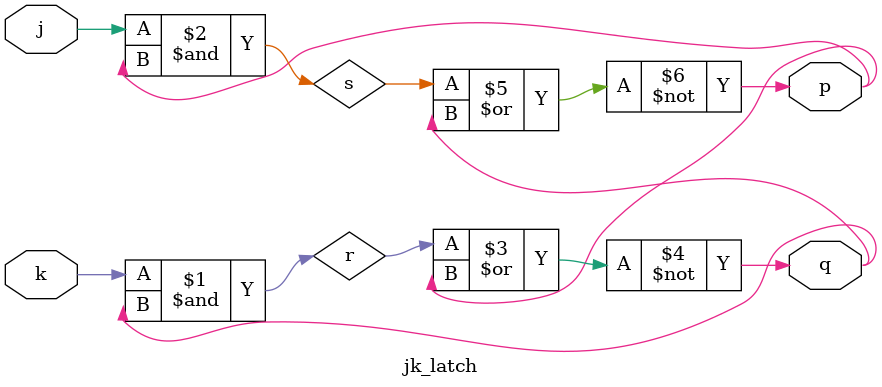
<source format=v>
module jk_latch(q, p, j, k);

   input  j,  k;
   output q,  p;
   wire   s,  r;

   and(r, k, q);
   and(s, j, p);
   nor(q, r, p);
   nor(p, s, q);
   
endmodule

</source>
